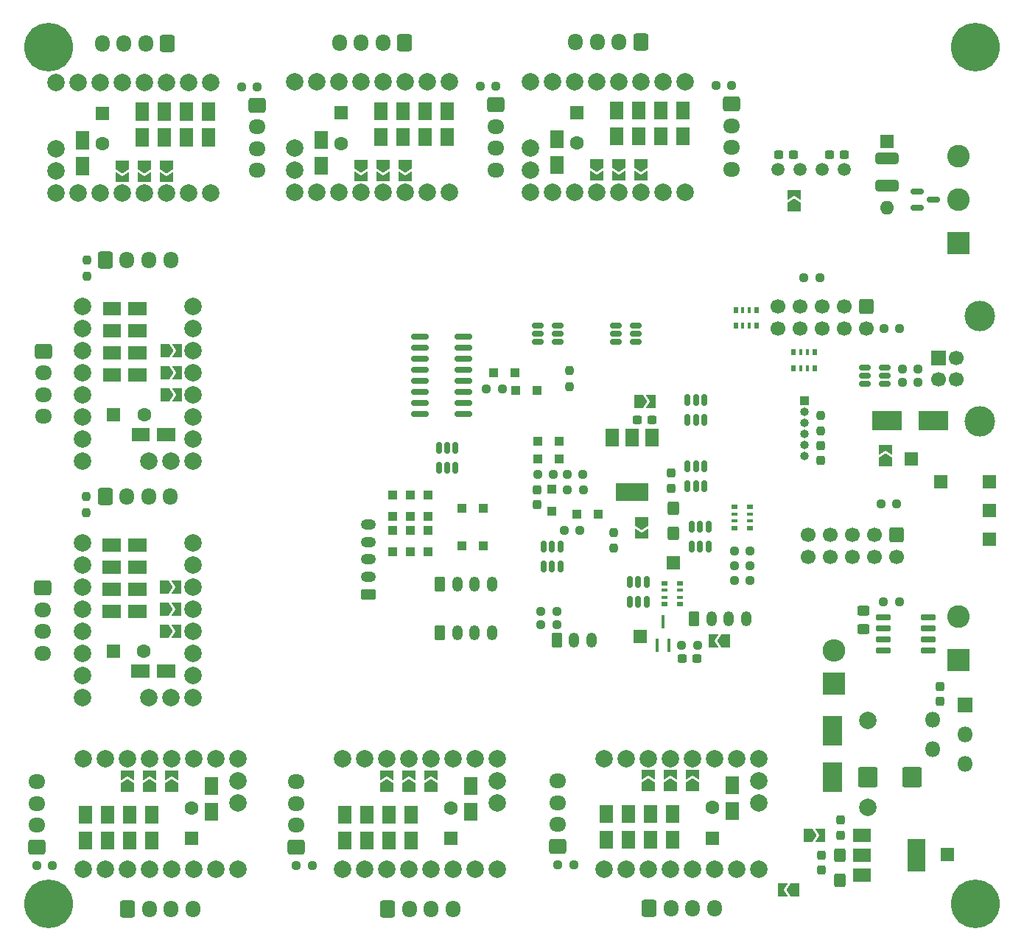
<source format=gbr>
%TF.GenerationSoftware,KiCad,Pcbnew,6.0.10*%
%TF.CreationDate,2023-02-06T19:48:01+03:00*%
%TF.ProjectId,multistepper,6d756c74-6973-4746-9570-7065722e6b69,rev?*%
%TF.SameCoordinates,Original*%
%TF.FileFunction,Soldermask,Bot*%
%TF.FilePolarity,Negative*%
%FSLAX46Y46*%
G04 Gerber Fmt 4.6, Leading zero omitted, Abs format (unit mm)*
G04 Created by KiCad (PCBNEW 6.0.10) date 2023-02-06 19:48:01*
%MOMM*%
%LPD*%
G01*
G04 APERTURE LIST*
G04 Aperture macros list*
%AMRoundRect*
0 Rectangle with rounded corners*
0 $1 Rounding radius*
0 $2 $3 $4 $5 $6 $7 $8 $9 X,Y pos of 4 corners*
0 Add a 4 corners polygon primitive as box body*
4,1,4,$2,$3,$4,$5,$6,$7,$8,$9,$2,$3,0*
0 Add four circle primitives for the rounded corners*
1,1,$1+$1,$2,$3*
1,1,$1+$1,$4,$5*
1,1,$1+$1,$6,$7*
1,1,$1+$1,$8,$9*
0 Add four rect primitives between the rounded corners*
20,1,$1+$1,$2,$3,$4,$5,0*
20,1,$1+$1,$4,$5,$6,$7,0*
20,1,$1+$1,$6,$7,$8,$9,0*
20,1,$1+$1,$8,$9,$2,$3,0*%
%AMFreePoly0*
4,1,6,1.000000,0.000000,0.500000,-0.750000,-0.500000,-0.750000,-0.500000,0.750000,0.500000,0.750000,1.000000,0.000000,1.000000,0.000000,$1*%
%AMFreePoly1*
4,1,6,0.500000,-0.750000,-0.650000,-0.750000,-0.150000,0.000000,-0.650000,0.750000,0.500000,0.750000,0.500000,-0.750000,0.500000,-0.750000,$1*%
G04 Aperture macros list end*
%ADD10RoundRect,0.250000X0.600000X0.725000X-0.600000X0.725000X-0.600000X-0.725000X0.600000X-0.725000X0*%
%ADD11O,1.700000X1.950000*%
%ADD12RoundRect,0.250000X-0.725000X0.600000X-0.725000X-0.600000X0.725000X-0.600000X0.725000X0.600000X0*%
%ADD13O,1.950000X1.700000*%
%ADD14RoundRect,0.250000X0.625000X-0.350000X0.625000X0.350000X-0.625000X0.350000X-0.625000X-0.350000X0*%
%ADD15O,1.750000X1.200000*%
%ADD16RoundRect,0.250000X-0.600000X0.600000X-0.600000X-0.600000X0.600000X-0.600000X0.600000X0.600000X0*%
%ADD17C,1.700000*%
%ADD18RoundRect,0.250000X0.725000X-0.600000X0.725000X0.600000X-0.725000X0.600000X-0.725000X-0.600000X0*%
%ADD19R,1.500000X1.500000*%
%ADD20C,5.600000*%
%ADD21R,1.600000X1.600000*%
%ADD22O,1.600000X1.600000*%
%ADD23C,1.600000*%
%ADD24RoundRect,0.250000X-0.350000X-0.625000X0.350000X-0.625000X0.350000X0.625000X-0.350000X0.625000X0*%
%ADD25O,1.200000X1.750000*%
%ADD26RoundRect,0.250000X-0.600000X-0.725000X0.600000X-0.725000X0.600000X0.725000X-0.600000X0.725000X0*%
%ADD27C,2.000000*%
%ADD28R,2.600000X2.600000*%
%ADD29C,2.600000*%
%ADD30R,1.000000X1.000000*%
%ADD31O,1.000000X1.000000*%
%ADD32C,1.500000*%
%ADD33O,2.600000X2.600000*%
%ADD34R,1.800000X1.800000*%
%ADD35O,1.800000X1.800000*%
%ADD36R,1.700000X1.700000*%
%ADD37C,3.500000*%
%ADD38RoundRect,0.150000X-0.512500X-0.150000X0.512500X-0.150000X0.512500X0.150000X-0.512500X0.150000X0*%
%ADD39FreePoly0,90.000000*%
%ADD40FreePoly0,270.000000*%
%ADD41FreePoly1,90.000000*%
%ADD42FreePoly0,180.000000*%
%ADD43FreePoly0,0.000000*%
%ADD44FreePoly1,0.000000*%
%ADD45RoundRect,0.237500X-0.250000X-0.237500X0.250000X-0.237500X0.250000X0.237500X-0.250000X0.237500X0*%
%ADD46FreePoly1,270.000000*%
%ADD47RoundRect,0.250000X-0.425000X0.537500X-0.425000X-0.537500X0.425000X-0.537500X0.425000X0.537500X0*%
%ADD48R,0.500000X0.800000*%
%ADD49R,0.400000X0.800000*%
%ADD50R,0.800000X0.500000*%
%ADD51R,0.800000X0.400000*%
%ADD52RoundRect,0.150000X-0.587500X-0.150000X0.587500X-0.150000X0.587500X0.150000X-0.587500X0.150000X0*%
%ADD53RoundRect,0.150000X-0.150000X0.512500X-0.150000X-0.512500X0.150000X-0.512500X0.150000X0.512500X0*%
%ADD54RoundRect,0.237500X0.250000X0.237500X-0.250000X0.237500X-0.250000X-0.237500X0.250000X-0.237500X0*%
%ADD55RoundRect,0.237500X-0.237500X0.300000X-0.237500X-0.300000X0.237500X-0.300000X0.237500X0.300000X0*%
%ADD56RoundRect,0.150000X0.825000X0.150000X-0.825000X0.150000X-0.825000X-0.150000X0.825000X-0.150000X0*%
%ADD57RoundRect,0.150000X0.512500X0.150000X-0.512500X0.150000X-0.512500X-0.150000X0.512500X-0.150000X0*%
%ADD58RoundRect,0.237500X0.300000X0.237500X-0.300000X0.237500X-0.300000X-0.237500X0.300000X-0.237500X0*%
%ADD59RoundRect,0.237500X0.237500X-0.250000X0.237500X0.250000X-0.237500X0.250000X-0.237500X-0.250000X0*%
%ADD60RoundRect,0.250000X0.450000X-0.325000X0.450000X0.325000X-0.450000X0.325000X-0.450000X-0.325000X0*%
%ADD61FreePoly1,180.000000*%
%ADD62R,2.300000X3.500000*%
%ADD63RoundRect,0.237500X0.237500X-0.300000X0.237500X0.300000X-0.237500X0.300000X-0.237500X-0.300000X0*%
%ADD64R,2.000000X1.500000*%
%ADD65R,2.000000X3.800000*%
%ADD66R,3.500000X2.300000*%
%ADD67RoundRect,0.237500X-0.300000X-0.237500X0.300000X-0.237500X0.300000X0.237500X-0.300000X0.237500X0*%
%ADD68RoundRect,0.250000X-0.875000X-0.925000X0.875000X-0.925000X0.875000X0.925000X-0.875000X0.925000X0*%
%ADD69RoundRect,0.237500X-0.237500X0.250000X-0.237500X-0.250000X0.237500X-0.250000X0.237500X0.250000X0*%
%ADD70R,0.450000X1.500000*%
%ADD71RoundRect,0.150000X-0.725000X-0.150000X0.725000X-0.150000X0.725000X0.150000X-0.725000X0.150000X0*%
%ADD72R,1.500000X2.000000*%
%ADD73R,3.800000X2.000000*%
%ADD74RoundRect,0.250000X-1.075000X0.400000X-1.075000X-0.400000X1.075000X-0.400000X1.075000X0.400000X0*%
G04 APERTURE END LIST*
D10*
%TO.C,J17*%
X99921075Y-41501827D03*
D11*
X97421075Y-41501827D03*
X94921075Y-41501827D03*
X92421075Y-41501827D03*
%TD*%
D12*
%TO.C,J12*%
X58374000Y-76974000D03*
D13*
X58374000Y-79474000D03*
X58374000Y-81974000D03*
X58374000Y-84474000D03*
%TD*%
D14*
%TO.C,J6*%
X95758000Y-104902000D03*
D15*
X95758000Y-102902000D03*
X95758000Y-100902000D03*
X95758000Y-98902000D03*
X95758000Y-96902000D03*
%TD*%
D16*
%TO.C,J2*%
X152958800Y-71840700D03*
D17*
X152958800Y-74380700D03*
X150418800Y-71840700D03*
X150418800Y-74380700D03*
X147878800Y-71840700D03*
X147878800Y-74380700D03*
X145338800Y-71840700D03*
X145338800Y-74380700D03*
X142798800Y-71840700D03*
X142798800Y-74380700D03*
%TD*%
D18*
%TO.C,J22*%
X87466000Y-133934000D03*
D13*
X87466000Y-131434000D03*
X87466000Y-128934000D03*
X87466000Y-126434000D03*
%TD*%
D19*
%TO.C,TP7*%
X161544000Y-91948000D03*
%TD*%
D20*
%TO.C,H4*%
X165500000Y-140500000D03*
%TD*%
D21*
%TO.C,SW3*%
X155295600Y-52832000D03*
D22*
X155295600Y-60452000D03*
%TD*%
D21*
%TO.C,C24*%
X105246000Y-132978000D03*
D23*
X105246000Y-129478000D03*
%TD*%
D24*
%TO.C,J5*%
X103934000Y-103733600D03*
D25*
X105934000Y-103733600D03*
X107934000Y-103733600D03*
X109934000Y-103733600D03*
%TD*%
D26*
%TO.C,J11*%
X65500000Y-66500000D03*
D11*
X68000000Y-66500000D03*
X70500000Y-66500000D03*
X73000000Y-66500000D03*
%TD*%
D27*
%TO.C,XX5*%
X140640000Y-123774000D03*
X138100000Y-123774000D03*
X135560000Y-123774000D03*
X133020000Y-123774000D03*
X130480000Y-123774000D03*
X127940000Y-123774000D03*
X125400000Y-123774000D03*
X122860000Y-123774000D03*
X122860000Y-136474000D03*
X125400000Y-136474000D03*
X127940000Y-136474000D03*
X130480000Y-136474000D03*
X133020000Y-136474000D03*
X135560000Y-136474000D03*
X138100000Y-136474000D03*
X140640000Y-136474000D03*
X140640000Y-126314000D03*
X140640000Y-128854000D03*
%TD*%
D24*
%TO.C,J13*%
X117380000Y-110194000D03*
D25*
X119380000Y-110194000D03*
X121380000Y-110194000D03*
%TD*%
D27*
%TO.C,XX8*%
X75572000Y-116801600D03*
X75572000Y-114261600D03*
X75572000Y-111721600D03*
X75572000Y-109181600D03*
X75572000Y-106641600D03*
X75572000Y-104101600D03*
X75572000Y-101561600D03*
X75572000Y-99021600D03*
X62872000Y-99021600D03*
X62872000Y-101561600D03*
X62872000Y-104101600D03*
X62872000Y-106641600D03*
X62872000Y-109181600D03*
X62872000Y-111721600D03*
X62872000Y-114261600D03*
X62872000Y-116801600D03*
X73032000Y-116801600D03*
X70492000Y-116801600D03*
%TD*%
%TO.C,XX3*%
X87281075Y-58727827D03*
X89821075Y-58727827D03*
X92361075Y-58727827D03*
X94901075Y-58727827D03*
X97441075Y-58727827D03*
X99981075Y-58727827D03*
X102521075Y-58727827D03*
X105061075Y-58727827D03*
X105061075Y-46027827D03*
X102521075Y-46027827D03*
X99981075Y-46027827D03*
X97441075Y-46027827D03*
X94901075Y-46027827D03*
X92361075Y-46027827D03*
X89821075Y-46027827D03*
X87281075Y-46027827D03*
X87281075Y-56187827D03*
X87281075Y-53647827D03*
%TD*%
D28*
%TO.C,J10*%
X163576000Y-112482000D03*
D29*
X163576000Y-107482000D03*
%TD*%
D16*
%TO.C,J3*%
X156464000Y-98044000D03*
D17*
X156464000Y-100584000D03*
X153924000Y-98044000D03*
X153924000Y-100584000D03*
X151384000Y-98044000D03*
X151384000Y-100584000D03*
X148844000Y-98044000D03*
X148844000Y-100584000D03*
X146304000Y-98044000D03*
X146304000Y-100584000D03*
%TD*%
D19*
%TO.C,TP3*%
X167132000Y-91948000D03*
%TD*%
D30*
%TO.C,J1*%
X145821000Y-82677000D03*
D31*
X145821000Y-83947000D03*
X145821000Y-85217000D03*
X145821000Y-86487000D03*
X145821000Y-87757000D03*
X145821000Y-89027000D03*
%TD*%
D18*
%TO.C,J24*%
X57604925Y-133934000D03*
D13*
X57604925Y-131434000D03*
X57604925Y-128934000D03*
X57604925Y-126434000D03*
%TD*%
D20*
%TO.C,H1*%
X59000000Y-42000000D03*
%TD*%
D21*
%TO.C,C23*%
X135306000Y-132918000D03*
D23*
X135306000Y-129418000D03*
%TD*%
D10*
%TO.C,J19*%
X127026450Y-41440000D03*
D11*
X124526450Y-41440000D03*
X122026450Y-41440000D03*
X119526450Y-41440000D03*
%TD*%
D19*
%TO.C,TP2*%
X167132000Y-95250000D03*
%TD*%
D12*
%TO.C,J14*%
X82974000Y-48689654D03*
D13*
X82974000Y-51189654D03*
X82974000Y-53689654D03*
X82974000Y-56189654D03*
%TD*%
D20*
%TO.C,H3*%
X59000000Y-140500000D03*
%TD*%
D26*
%TO.C,J23*%
X97940000Y-141060000D03*
D11*
X100440000Y-141060000D03*
X102940000Y-141060000D03*
X105440000Y-141060000D03*
%TD*%
D26*
%TO.C,J25*%
X68078925Y-141060000D03*
D11*
X70578925Y-141060000D03*
X73078925Y-141060000D03*
X75578925Y-141060000D03*
%TD*%
D27*
%TO.C,XX4*%
X114386450Y-58666000D03*
X116926450Y-58666000D03*
X119466450Y-58666000D03*
X122006450Y-58666000D03*
X124546450Y-58666000D03*
X127086450Y-58666000D03*
X129626450Y-58666000D03*
X132166450Y-58666000D03*
X132166450Y-45966000D03*
X129626450Y-45966000D03*
X127086450Y-45966000D03*
X124546450Y-45966000D03*
X122006450Y-45966000D03*
X119466450Y-45966000D03*
X116926450Y-45966000D03*
X114386450Y-45966000D03*
X114386450Y-56126000D03*
X114386450Y-53586000D03*
%TD*%
D20*
%TO.C,H2*%
X165500000Y-42000000D03*
%TD*%
D26*
%TO.C,J21*%
X128000000Y-141000000D03*
D11*
X130500000Y-141000000D03*
X133000000Y-141000000D03*
X135500000Y-141000000D03*
%TD*%
D21*
%TO.C,C21*%
X92615075Y-49583827D03*
D23*
X92615075Y-53083827D03*
%TD*%
D21*
%TO.C,C22*%
X119720450Y-49522000D03*
D23*
X119720450Y-53022000D03*
%TD*%
D12*
%TO.C,J18*%
X137500450Y-48566000D03*
D13*
X137500450Y-51066000D03*
X137500450Y-53566000D03*
X137500450Y-56066000D03*
%TD*%
D32*
%TO.C,Q1*%
X142798800Y-56083200D03*
X145338800Y-56083200D03*
X147878800Y-56083200D03*
X150418800Y-56083200D03*
%TD*%
D27*
%TO.C,XX6*%
X110580000Y-123834000D03*
X108040000Y-123834000D03*
X105500000Y-123834000D03*
X102960000Y-123834000D03*
X100420000Y-123834000D03*
X97880000Y-123834000D03*
X95340000Y-123834000D03*
X92800000Y-123834000D03*
X92800000Y-136534000D03*
X95340000Y-136534000D03*
X97880000Y-136534000D03*
X100420000Y-136534000D03*
X102960000Y-136534000D03*
X105500000Y-136534000D03*
X108040000Y-136534000D03*
X110580000Y-136534000D03*
X110580000Y-126374000D03*
X110580000Y-128914000D03*
%TD*%
D28*
%TO.C,D26*%
X149250400Y-115194400D03*
D33*
X149250400Y-111384400D03*
%TD*%
D19*
%TO.C,TP6*%
X127000000Y-109728000D03*
%TD*%
D21*
%TO.C,C19*%
X66456000Y-84280000D03*
D23*
X69956000Y-84280000D03*
%TD*%
D34*
%TO.C,U5*%
X164287200Y-117602000D03*
D35*
X160587200Y-119302000D03*
X164287200Y-121002000D03*
X160587200Y-122702000D03*
X164287200Y-124402000D03*
%TD*%
D12*
%TO.C,J27*%
X58346000Y-104161600D03*
D13*
X58346000Y-106661600D03*
X58346000Y-109161600D03*
X58346000Y-111661600D03*
%TD*%
D24*
%TO.C,J7*%
X133144000Y-107704800D03*
D25*
X135144000Y-107704800D03*
X137144000Y-107704800D03*
X139144000Y-107704800D03*
%TD*%
D19*
%TO.C,TP4*%
X167132000Y-98552000D03*
%TD*%
D10*
%TO.C,J15*%
X72644000Y-41563654D03*
D11*
X70144000Y-41563654D03*
X67644000Y-41563654D03*
X65144000Y-41563654D03*
%TD*%
D27*
%TO.C,L1*%
X153162000Y-129409200D03*
X153162000Y-119409200D03*
%TD*%
D21*
%TO.C,C20*%
X65194000Y-49645654D03*
D23*
X65194000Y-53145654D03*
%TD*%
D27*
%TO.C,XX2*%
X59860000Y-58789654D03*
X62400000Y-58789654D03*
X64940000Y-58789654D03*
X67480000Y-58789654D03*
X70020000Y-58789654D03*
X72560000Y-58789654D03*
X75100000Y-58789654D03*
X77640000Y-58789654D03*
X77640000Y-46089654D03*
X75100000Y-46089654D03*
X72560000Y-46089654D03*
X70020000Y-46089654D03*
X67480000Y-46089654D03*
X64940000Y-46089654D03*
X62400000Y-46089654D03*
X59860000Y-46089654D03*
X59860000Y-56249654D03*
X59860000Y-53709654D03*
%TD*%
D28*
%TO.C,J9*%
X163576000Y-64516000D03*
D29*
X163576000Y-59516000D03*
X163576000Y-54516000D03*
%TD*%
D21*
%TO.C,C25*%
X75384925Y-132978000D03*
D23*
X75384925Y-129478000D03*
%TD*%
D27*
%TO.C,XX7*%
X80718925Y-123834000D03*
X78178925Y-123834000D03*
X75638925Y-123834000D03*
X73098925Y-123834000D03*
X70558925Y-123834000D03*
X68018925Y-123834000D03*
X65478925Y-123834000D03*
X62938925Y-123834000D03*
X62938925Y-136534000D03*
X65478925Y-136534000D03*
X68018925Y-136534000D03*
X70558925Y-136534000D03*
X73098925Y-136534000D03*
X75638925Y-136534000D03*
X78178925Y-136534000D03*
X80718925Y-136534000D03*
X80718925Y-126374000D03*
X80718925Y-128914000D03*
%TD*%
D26*
%TO.C,J26*%
X65472000Y-93687600D03*
D11*
X67972000Y-93687600D03*
X70472000Y-93687600D03*
X72972000Y-93687600D03*
%TD*%
D24*
%TO.C,J4*%
X103934000Y-109321600D03*
D25*
X105934000Y-109321600D03*
X107934000Y-109321600D03*
X109934000Y-109321600D03*
%TD*%
D18*
%TO.C,J20*%
X117526000Y-133874000D03*
D13*
X117526000Y-131374000D03*
X117526000Y-128874000D03*
X117526000Y-126374000D03*
%TD*%
D12*
%TO.C,J16*%
X110395075Y-48627827D03*
D13*
X110395075Y-51127827D03*
X110395075Y-53627827D03*
X110395075Y-56127827D03*
%TD*%
D19*
%TO.C,TP8*%
X162255200Y-134823200D03*
%TD*%
%TO.C,TP5*%
X130810000Y-101244400D03*
%TD*%
D21*
%TO.C,C26*%
X66428000Y-111467600D03*
D23*
X69928000Y-111467600D03*
%TD*%
D27*
%TO.C,XX1*%
X75600000Y-89614000D03*
X75600000Y-87074000D03*
X75600000Y-84534000D03*
X75600000Y-81994000D03*
X75600000Y-79454000D03*
X75600000Y-76914000D03*
X75600000Y-74374000D03*
X75600000Y-71834000D03*
X62900000Y-71834000D03*
X62900000Y-74374000D03*
X62900000Y-76914000D03*
X62900000Y-79454000D03*
X62900000Y-81994000D03*
X62900000Y-84534000D03*
X62900000Y-87074000D03*
X62900000Y-89614000D03*
X73060000Y-89614000D03*
X70520000Y-89614000D03*
%TD*%
D36*
%TO.C,J8*%
X161290000Y-77730000D03*
D17*
X161290000Y-80230000D03*
X163290000Y-80230000D03*
X163290000Y-77730000D03*
D37*
X166000000Y-72960000D03*
X166000000Y-85000000D03*
%TD*%
D19*
%TO.C,TP1*%
X158167500Y-89348000D03*
%TD*%
D38*
%TO.C,D3*%
X115189000Y-75880000D03*
X115189000Y-74930000D03*
X115189000Y-73980000D03*
X117464000Y-73980000D03*
X117464000Y-74930000D03*
X117464000Y-75880000D03*
%TD*%
D19*
%TO.C,JP36*%
X126832450Y-49592000D03*
X126832450Y-51992000D03*
D39*
X126832450Y-52792000D03*
D40*
X126832450Y-48792000D03*
%TD*%
D19*
%TO.C,JP51*%
X100674000Y-132908000D03*
X100674000Y-130508000D03*
D40*
X100674000Y-129708000D03*
D39*
X100674000Y-133708000D03*
%TD*%
%TO.C,JP1*%
X144627600Y-60364200D03*
D41*
X144627600Y-58914200D03*
%TD*%
D19*
%TO.C,JP42*%
X137592000Y-129546000D03*
X137592000Y-127146000D03*
D40*
X137592000Y-126346000D03*
D39*
X137592000Y-130346000D03*
%TD*%
D19*
%TO.C,JP67*%
X68898000Y-106895600D03*
X66498000Y-106895600D03*
D42*
X69698000Y-106895600D03*
D43*
X65698000Y-106895600D03*
%TD*%
D39*
%TO.C,JP46*%
X130480000Y-127039000D03*
D41*
X130480000Y-125589000D03*
%TD*%
D19*
%TO.C,JP64*%
X66498000Y-101815600D03*
X68898000Y-101815600D03*
D42*
X69698000Y-101815600D03*
D43*
X65698000Y-101815600D03*
%TD*%
D19*
%TO.C,JP26*%
X90329075Y-52955827D03*
X90329075Y-55355827D03*
D39*
X90329075Y-56155827D03*
D40*
X90329075Y-52155827D03*
%TD*%
D19*
%TO.C,JP18*%
X62908000Y-55417654D03*
X62908000Y-53017654D03*
D39*
X62908000Y-56217654D03*
D40*
X62908000Y-52217654D03*
%TD*%
D43*
%TO.C,JP5*%
X126833800Y-82753200D03*
D44*
X128283800Y-82753200D03*
%TD*%
D45*
%TO.C,R5*%
X137771500Y-103276400D03*
X139596500Y-103276400D03*
%TD*%
D40*
%TO.C,JP38*%
X124546450Y-55401000D03*
D46*
X124546450Y-56851000D03*
%TD*%
D45*
%TO.C,R8*%
X118213500Y-97536000D03*
X120038500Y-97536000D03*
%TD*%
%TO.C,R12*%
X118619900Y-92913200D03*
X120444900Y-92913200D03*
%TD*%
D47*
%TO.C,C28*%
X149910800Y-134874000D03*
X149910800Y-137749000D03*
%TD*%
D30*
%TO.C,D20*%
X116840000Y-95331600D03*
X116840000Y-92831600D03*
%TD*%
%TO.C,D23*%
X112623600Y-81483200D03*
X115123600Y-81483200D03*
%TD*%
D43*
%TO.C,JP7*%
X146239400Y-132588000D03*
D44*
X147689400Y-132588000D03*
%TD*%
D48*
%TO.C,RN3*%
X147021400Y-78903400D03*
D49*
X146221400Y-78903400D03*
X145421400Y-78903400D03*
D48*
X144621400Y-78903400D03*
X144621400Y-77103400D03*
D49*
X145421400Y-77103400D03*
X146221400Y-77103400D03*
D48*
X147021400Y-77103400D03*
%TD*%
D40*
%TO.C,JP29*%
X94901075Y-55462827D03*
D46*
X94901075Y-56912827D03*
%TD*%
D43*
%TO.C,JP70*%
X72307000Y-106641600D03*
D44*
X73757000Y-106641600D03*
%TD*%
D30*
%TO.C,D10*%
X100584000Y-100056000D03*
X100584000Y-97556000D03*
%TD*%
%TO.C,D17*%
X100584000Y-95992000D03*
X100584000Y-93492000D03*
%TD*%
D19*
%TO.C,JP49*%
X93054000Y-130508000D03*
X93054000Y-132908000D03*
D40*
X93054000Y-129708000D03*
D39*
X93054000Y-133708000D03*
%TD*%
D19*
%TO.C,JP27*%
X97187075Y-49653827D03*
X97187075Y-52053827D03*
D39*
X97187075Y-52853827D03*
D40*
X97187075Y-48853827D03*
%TD*%
D19*
%TO.C,JP50*%
X107532000Y-127206000D03*
X107532000Y-129606000D03*
D40*
X107532000Y-126406000D03*
D39*
X107532000Y-130406000D03*
%TD*%
D50*
%TO.C,RN4*%
X137784000Y-97262800D03*
D51*
X137784000Y-96462800D03*
X137784000Y-95662800D03*
D50*
X137784000Y-94862800D03*
X139584000Y-94862800D03*
D51*
X139584000Y-95662800D03*
X139584000Y-96462800D03*
D50*
X139584000Y-97262800D03*
%TD*%
D19*
%TO.C,JP24*%
X102267075Y-52053827D03*
X102267075Y-49653827D03*
D39*
X102267075Y-52853827D03*
D40*
X102267075Y-48853827D03*
%TD*%
D52*
%TO.C,D24*%
X158828500Y-60487600D03*
X158828500Y-58587600D03*
X160703500Y-59537600D03*
%TD*%
D53*
%TO.C,D4*%
X103850400Y-88067300D03*
X104800400Y-88067300D03*
X105750400Y-88067300D03*
X105750400Y-90342300D03*
X104800400Y-90342300D03*
X103850400Y-90342300D03*
%TD*%
D43*
%TO.C,JP15*%
X72335000Y-76914000D03*
D44*
X73785000Y-76914000D03*
%TD*%
D54*
%TO.C,R16*%
X158900500Y-80524000D03*
X157075500Y-80524000D03*
%TD*%
D45*
%TO.C,R6*%
X109272700Y-81280000D03*
X111097700Y-81280000D03*
%TD*%
D19*
%TO.C,JP10*%
X72228000Y-86566000D03*
X69828000Y-86566000D03*
D42*
X73028000Y-86566000D03*
D43*
X69028000Y-86566000D03*
%TD*%
%TO.C,JP13*%
X72335000Y-81994000D03*
D44*
X73785000Y-81994000D03*
%TD*%
D55*
%TO.C,C29*%
X147828000Y-134875100D03*
X147828000Y-136600100D03*
%TD*%
D19*
%TO.C,JP8*%
X66526000Y-74628000D03*
X68926000Y-74628000D03*
D42*
X69726000Y-74628000D03*
D43*
X65726000Y-74628000D03*
%TD*%
D54*
%TO.C,R34*%
X147622900Y-68503800D03*
X145797900Y-68503800D03*
%TD*%
D56*
%TO.C,U7*%
X106615000Y-75311000D03*
X106615000Y-76581000D03*
X106615000Y-77851000D03*
X106615000Y-79121000D03*
X106615000Y-80391000D03*
X106615000Y-81661000D03*
X106615000Y-82931000D03*
X106615000Y-84201000D03*
X101665000Y-84201000D03*
X101665000Y-82931000D03*
X101665000Y-81661000D03*
X101665000Y-80391000D03*
X101665000Y-79121000D03*
X101665000Y-77851000D03*
X101665000Y-76581000D03*
X101665000Y-75311000D03*
%TD*%
D30*
%TO.C,D12*%
X106446000Y-99314000D03*
X108946000Y-99314000D03*
%TD*%
D57*
%TO.C,D2*%
X126492000Y-73980000D03*
X126492000Y-74930000D03*
X126492000Y-75880000D03*
X124217000Y-75880000D03*
X124217000Y-74930000D03*
X124217000Y-73980000D03*
%TD*%
D19*
%TO.C,JP66*%
X69800000Y-113753600D03*
X72200000Y-113753600D03*
D42*
X73000000Y-113753600D03*
D43*
X69000000Y-113753600D03*
%TD*%
D19*
%TO.C,JP48*%
X95594000Y-132908000D03*
X95594000Y-130508000D03*
D40*
X95594000Y-129708000D03*
D39*
X95594000Y-133708000D03*
%TD*%
D57*
%TO.C,U3*%
X155061500Y-78812000D03*
X155061500Y-79762000D03*
X155061500Y-80712000D03*
X152786500Y-80712000D03*
X152786500Y-79762000D03*
X152786500Y-78812000D03*
%TD*%
D45*
%TO.C,R28*%
X135671650Y-46423200D03*
X137496650Y-46423200D03*
%TD*%
D39*
%TO.C,JP63*%
X68018925Y-127099000D03*
D41*
X68018925Y-125649000D03*
%TD*%
D30*
%TO.C,D19*%
X108946000Y-94996000D03*
X106446000Y-94996000D03*
%TD*%
D45*
%TO.C,R26*%
X81145200Y-46546854D03*
X82970200Y-46546854D03*
%TD*%
D19*
%TO.C,JP17*%
X77386000Y-49715654D03*
X77386000Y-52115654D03*
D39*
X77386000Y-52915654D03*
D40*
X77386000Y-48915654D03*
%TD*%
D45*
%TO.C,R27*%
X108566275Y-46485027D03*
X110391275Y-46485027D03*
%TD*%
D39*
%TO.C,JP45*%
X133020000Y-127039000D03*
D41*
X133020000Y-125589000D03*
%TD*%
D19*
%TO.C,JP25*%
X104807075Y-52053827D03*
X104807075Y-49653827D03*
D39*
X104807075Y-52853827D03*
D40*
X104807075Y-48853827D03*
%TD*%
D58*
%TO.C,C10*%
X144575700Y-54356000D03*
X142850700Y-54356000D03*
%TD*%
D59*
%TO.C,R32*%
X63329200Y-95516400D03*
X63329200Y-93691400D03*
%TD*%
D30*
%TO.C,D9*%
X98552000Y-100056000D03*
X98552000Y-97556000D03*
%TD*%
%TO.C,D15*%
X110103600Y-79400400D03*
X112603600Y-79400400D03*
%TD*%
D19*
%TO.C,JP28*%
X99727075Y-49653827D03*
X99727075Y-52053827D03*
D39*
X99727075Y-52853827D03*
D40*
X99727075Y-48853827D03*
%TD*%
D60*
%TO.C,D25*%
X152654000Y-108873400D03*
X152654000Y-106823400D03*
%TD*%
D45*
%TO.C,R19*%
X154941900Y-105765600D03*
X156766900Y-105765600D03*
%TD*%
D40*
%TO.C,JP37*%
X122006450Y-55401000D03*
D46*
X122006450Y-56851000D03*
%TD*%
D30*
%TO.C,D21*%
X115183600Y-89306400D03*
X117683600Y-89306400D03*
%TD*%
D19*
%TO.C,JP19*%
X69766000Y-49715654D03*
X69766000Y-52115654D03*
D39*
X69766000Y-52915654D03*
D40*
X69766000Y-48915654D03*
%TD*%
D54*
%TO.C,R7*%
X116992400Y-91084400D03*
X115167400Y-91084400D03*
%TD*%
D48*
%TO.C,RN1*%
X137941200Y-72201200D03*
D49*
X138741200Y-72201200D03*
X139541200Y-72201200D03*
D48*
X140341200Y-72201200D03*
X140341200Y-74001200D03*
D49*
X139541200Y-74001200D03*
X138741200Y-74001200D03*
D48*
X137941200Y-74001200D03*
%TD*%
D42*
%TO.C,JP4*%
X136804400Y-110236000D03*
D61*
X135354400Y-110236000D03*
%TD*%
D53*
%TO.C,D7*%
X132908000Y-97160500D03*
X133858000Y-97160500D03*
X134808000Y-97160500D03*
X134808000Y-99435500D03*
X133858000Y-99435500D03*
X132908000Y-99435500D03*
%TD*%
D19*
%TO.C,JP32*%
X129372450Y-51992000D03*
X129372450Y-49592000D03*
D39*
X129372450Y-52792000D03*
D40*
X129372450Y-48792000D03*
%TD*%
D39*
%TO.C,JP2*%
X155197900Y-89703600D03*
D41*
X155197900Y-88253600D03*
%TD*%
D19*
%TO.C,JP35*%
X124292450Y-49592000D03*
X124292450Y-51992000D03*
D39*
X124292450Y-52792000D03*
D40*
X124292450Y-48792000D03*
%TD*%
D62*
%TO.C,D27*%
X149098000Y-120548400D03*
X149098000Y-125948400D03*
%TD*%
D39*
%TO.C,JP61*%
X73098925Y-127099000D03*
D41*
X73098925Y-125649000D03*
%TD*%
D40*
%TO.C,JP3*%
X127101600Y-96557000D03*
D46*
X127101600Y-98007000D03*
%TD*%
D19*
%TO.C,JP58*%
X77670925Y-129606000D03*
X77670925Y-127206000D03*
D40*
X77670925Y-126406000D03*
D39*
X77670925Y-130406000D03*
%TD*%
D19*
%TO.C,JP44*%
X128194000Y-132848000D03*
X128194000Y-130448000D03*
D40*
X128194000Y-129648000D03*
D39*
X128194000Y-133648000D03*
%TD*%
D30*
%TO.C,D11*%
X102616000Y-100056000D03*
X102616000Y-97556000D03*
%TD*%
D43*
%TO.C,JP14*%
X72335000Y-79454000D03*
D44*
X73785000Y-79454000D03*
%TD*%
D40*
%TO.C,JP39*%
X127086450Y-55401000D03*
D46*
X127086450Y-56851000D03*
%TD*%
D54*
%TO.C,R30*%
X89294800Y-136076800D03*
X87469800Y-136076800D03*
%TD*%
D19*
%TO.C,JP57*%
X63192925Y-130508000D03*
X63192925Y-132908000D03*
D40*
X63192925Y-129708000D03*
D39*
X63192925Y-133708000D03*
%TD*%
D63*
%TO.C,C27*%
X150012400Y-132586900D03*
X150012400Y-130861900D03*
%TD*%
D19*
%TO.C,JP40*%
X125654000Y-130448000D03*
X125654000Y-132848000D03*
D40*
X125654000Y-129648000D03*
D39*
X125654000Y-133648000D03*
%TD*%
D58*
%TO.C,C11*%
X150418800Y-54356000D03*
X148693800Y-54356000D03*
%TD*%
D40*
%TO.C,JP30*%
X97441075Y-55462827D03*
D46*
X97441075Y-56912827D03*
%TD*%
D40*
%TO.C,JP21*%
X67480000Y-55524654D03*
D46*
X67480000Y-56974654D03*
%TD*%
D63*
%TO.C,C13*%
X161442400Y-117194500D03*
X161442400Y-115469500D03*
%TD*%
D40*
%TO.C,JP23*%
X72560000Y-55524654D03*
D46*
X72560000Y-56974654D03*
%TD*%
D64*
%TO.C,U8*%
X152450000Y-137174000D03*
X152450000Y-134874000D03*
D65*
X158750000Y-134874000D03*
D64*
X152450000Y-132574000D03*
%TD*%
D19*
%TO.C,JP20*%
X72306000Y-49715654D03*
X72306000Y-52115654D03*
D39*
X72306000Y-52915654D03*
D40*
X72306000Y-48915654D03*
%TD*%
D19*
%TO.C,JP12*%
X68926000Y-77168000D03*
X66526000Y-77168000D03*
D42*
X69726000Y-77168000D03*
D43*
X65726000Y-77168000D03*
%TD*%
D53*
%TO.C,D6*%
X125796000Y-103510500D03*
X126746000Y-103510500D03*
X127696000Y-103510500D03*
X127696000Y-105785500D03*
X126746000Y-105785500D03*
X125796000Y-105785500D03*
%TD*%
D54*
%TO.C,R17*%
X158900500Y-79000000D03*
X157075500Y-79000000D03*
%TD*%
D66*
%TO.C,D22*%
X155296000Y-84923000D03*
X160696000Y-84923000D03*
%TD*%
D67*
%TO.C,C12*%
X131776300Y-112318800D03*
X133501300Y-112318800D03*
%TD*%
D47*
%TO.C,C16*%
X130810000Y-94980900D03*
X130810000Y-97855900D03*
%TD*%
D63*
%TO.C,C18*%
X130505200Y-92708900D03*
X130505200Y-90983900D03*
%TD*%
D40*
%TO.C,JP22*%
X70020000Y-55524654D03*
D46*
X70020000Y-56974654D03*
%TD*%
D59*
%TO.C,R22*%
X118872000Y-81026000D03*
X118872000Y-79201000D03*
%TD*%
D30*
%TO.C,D16*%
X98552000Y-95992000D03*
X98552000Y-93492000D03*
%TD*%
D42*
%TO.C,JP6*%
X144743000Y-138836400D03*
D61*
X143293000Y-138836400D03*
%TD*%
D54*
%TO.C,R31*%
X59433725Y-136076800D03*
X57608725Y-136076800D03*
%TD*%
D30*
%TO.C,D13*%
X122174000Y-95656400D03*
X119674000Y-95656400D03*
%TD*%
D19*
%TO.C,JP56*%
X65732925Y-132908000D03*
X65732925Y-130508000D03*
D40*
X65732925Y-129708000D03*
D39*
X65732925Y-133708000D03*
%TD*%
D19*
%TO.C,JP60*%
X68272925Y-130508000D03*
X68272925Y-132908000D03*
D40*
X68272925Y-129708000D03*
D39*
X68272925Y-133708000D03*
%TD*%
D19*
%TO.C,JP65*%
X68898000Y-99275600D03*
X66498000Y-99275600D03*
D42*
X69698000Y-99275600D03*
D43*
X65698000Y-99275600D03*
%TD*%
D53*
%TO.C,D1*%
X132433000Y-82561000D03*
X133383000Y-82561000D03*
X134333000Y-82561000D03*
X134333000Y-84836000D03*
X133383000Y-84836000D03*
X132433000Y-84836000D03*
%TD*%
D30*
%TO.C,D18*%
X102616000Y-95992000D03*
X102616000Y-93492000D03*
%TD*%
D45*
%TO.C,R15*%
X137771500Y-101600000D03*
X139596500Y-101600000D03*
%TD*%
D19*
%TO.C,JP41*%
X123114000Y-132848000D03*
X123114000Y-130448000D03*
D40*
X123114000Y-129648000D03*
D39*
X123114000Y-133648000D03*
%TD*%
D59*
%TO.C,R1*%
X147726400Y-86154900D03*
X147726400Y-84329900D03*
%TD*%
D39*
%TO.C,JP55*%
X97880000Y-127099000D03*
D41*
X97880000Y-125649000D03*
%TD*%
D68*
%TO.C,C17*%
X153101200Y-125933200D03*
X158201200Y-125933200D03*
%TD*%
D53*
%TO.C,D8*%
X132433000Y-90181000D03*
X133383000Y-90181000D03*
X134333000Y-90181000D03*
X134333000Y-92456000D03*
X133383000Y-92456000D03*
X132433000Y-92456000D03*
%TD*%
D63*
%TO.C,C8*%
X115112800Y-94588500D03*
X115112800Y-92863500D03*
%TD*%
D39*
%TO.C,JP54*%
X100420000Y-127099000D03*
D41*
X100420000Y-125649000D03*
%TD*%
D50*
%TO.C,RN2*%
X131557600Y-103651200D03*
D51*
X131557600Y-104451200D03*
X131557600Y-105251200D03*
D50*
X131557600Y-106051200D03*
X129757600Y-106051200D03*
D51*
X129757600Y-105251200D03*
X129757600Y-104451200D03*
D50*
X129757600Y-103651200D03*
%TD*%
D54*
%TO.C,R29*%
X119354800Y-136016800D03*
X117529800Y-136016800D03*
%TD*%
D19*
%TO.C,JP33*%
X131912450Y-49592000D03*
X131912450Y-51992000D03*
D39*
X131912450Y-52792000D03*
D40*
X131912450Y-48792000D03*
%TD*%
D58*
%TO.C,C15*%
X128319700Y-84836000D03*
X126594700Y-84836000D03*
%TD*%
D19*
%TO.C,JP16*%
X74846000Y-49715654D03*
X74846000Y-52115654D03*
D39*
X74846000Y-52915654D03*
D40*
X74846000Y-48915654D03*
%TD*%
D53*
%TO.C,D5*%
X115890000Y-99446500D03*
X116840000Y-99446500D03*
X117790000Y-99446500D03*
X117790000Y-101721500D03*
X116840000Y-101721500D03*
X115890000Y-101721500D03*
%TD*%
D55*
%TO.C,C3*%
X147726400Y-87783500D03*
X147726400Y-89508500D03*
%TD*%
D45*
%TO.C,R20*%
X131726300Y-110744000D03*
X133551300Y-110744000D03*
%TD*%
D69*
%TO.C,R21*%
X123952000Y-97790000D03*
X123952000Y-99615000D03*
%TD*%
D54*
%TO.C,R4*%
X156462100Y-94538800D03*
X154637100Y-94538800D03*
%TD*%
D45*
%TO.C,R3*%
X154967300Y-74345800D03*
X156792300Y-74345800D03*
%TD*%
D39*
%TO.C,JP47*%
X127940000Y-127039000D03*
D41*
X127940000Y-125589000D03*
%TD*%
D54*
%TO.C,R13*%
X120394100Y-91084400D03*
X118569100Y-91084400D03*
%TD*%
D40*
%TO.C,JP31*%
X99981075Y-55462827D03*
D46*
X99981075Y-56912827D03*
%TD*%
D30*
%TO.C,D14*%
X117683600Y-87274400D03*
X115183600Y-87274400D03*
%TD*%
D70*
%TO.C,U4*%
X130240800Y-110753200D03*
X128940800Y-110753200D03*
X129590800Y-108093200D03*
%TD*%
D71*
%TO.C,Q2*%
X154905000Y-111379000D03*
X154905000Y-110109000D03*
X154905000Y-108839000D03*
X154905000Y-107569000D03*
X160055000Y-107569000D03*
X160055000Y-108839000D03*
X160055000Y-110109000D03*
X160055000Y-111379000D03*
%TD*%
D19*
%TO.C,JP59*%
X70812925Y-130508000D03*
X70812925Y-132908000D03*
D40*
X70812925Y-129708000D03*
D39*
X70812925Y-133708000D03*
%TD*%
D45*
%TO.C,R24*%
X115571900Y-108407200D03*
X117396900Y-108407200D03*
%TD*%
D19*
%TO.C,JP34*%
X117434450Y-55294000D03*
X117434450Y-52894000D03*
D39*
X117434450Y-56094000D03*
D40*
X117434450Y-52094000D03*
%TD*%
D19*
%TO.C,JP43*%
X130734000Y-130448000D03*
X130734000Y-132848000D03*
D40*
X130734000Y-129648000D03*
D39*
X130734000Y-133648000D03*
%TD*%
D45*
%TO.C,R14*%
X137771500Y-99923600D03*
X139596500Y-99923600D03*
%TD*%
D19*
%TO.C,JP68*%
X68898000Y-104355600D03*
X66498000Y-104355600D03*
D42*
X69698000Y-104355600D03*
D43*
X65698000Y-104355600D03*
%TD*%
D45*
%TO.C,R25*%
X115571900Y-106883200D03*
X117396900Y-106883200D03*
%TD*%
D72*
%TO.C,U6*%
X123734800Y-86868000D03*
D73*
X126034800Y-93168000D03*
D72*
X126034800Y-86868000D03*
X128334800Y-86868000D03*
%TD*%
D43*
%TO.C,JP71*%
X72307000Y-104101600D03*
D44*
X73757000Y-104101600D03*
%TD*%
D43*
%TO.C,JP69*%
X72307000Y-109181600D03*
D44*
X73757000Y-109181600D03*
%TD*%
D39*
%TO.C,JP62*%
X70558925Y-127099000D03*
D41*
X70558925Y-125649000D03*
%TD*%
D74*
%TO.C,R18*%
X155295600Y-54838000D03*
X155295600Y-57938000D03*
%TD*%
D19*
%TO.C,JP11*%
X68926000Y-79708000D03*
X66526000Y-79708000D03*
D42*
X69726000Y-79708000D03*
D43*
X65726000Y-79708000D03*
%TD*%
D19*
%TO.C,JP52*%
X98134000Y-132908000D03*
X98134000Y-130508000D03*
D40*
X98134000Y-129708000D03*
D39*
X98134000Y-133708000D03*
%TD*%
D59*
%TO.C,R23*%
X63357200Y-68328800D03*
X63357200Y-66503800D03*
%TD*%
D19*
%TO.C,JP9*%
X68926000Y-72088000D03*
X66526000Y-72088000D03*
D42*
X69726000Y-72088000D03*
D43*
X65726000Y-72088000D03*
%TD*%
D39*
%TO.C,JP53*%
X102960000Y-127099000D03*
D41*
X102960000Y-125649000D03*
%TD*%
M02*

</source>
